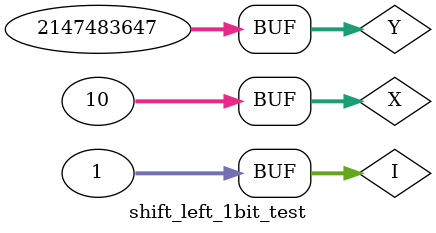
<source format=v>
`timescale 1ns / 1ps


module shift_left_1bit_test;

	// Inputs
	reg [31:0] X;
	reg [31:0] Y;
	reg [31:0] I;

	// Outputs
	wire Z;

	// Instantiate the Unit Under Test (UUT)
	shift_left_1bit uut (
		.X(X), 
		.Y(Y), 
		.I(I), 
		.Z(Z)
	);

	initial begin
      X = 32'b1010; Y = 0; I = 0; #100;
      X = 32'b1010; Y = 0; I = 1; #100;
      X = 32'b1010; Y = 1; I = 0; #100;
      X = 32'b1010; Y = 1; I = 2; #100;
      X = 32'b1010; Y = 35; I = 1; #100;
      // These will shift by negative amounts because the logic which makes
      // sure Y is handled as unsigned happens in the 32-bit shifter.
      X = 32'b1010; Y = 32'hffffffff; I = 0; #100;
      X = 32'b1010; Y = 32'hffffffff; I = 1; #100;
      // Should result in 00000000
      X = 32'b1010; Y = 32'h7fffffff; I = 0; #100;
      X = 32'b1010; Y = 32'h7fffffff; I = 1; #100;

	end
      
endmodule


</source>
